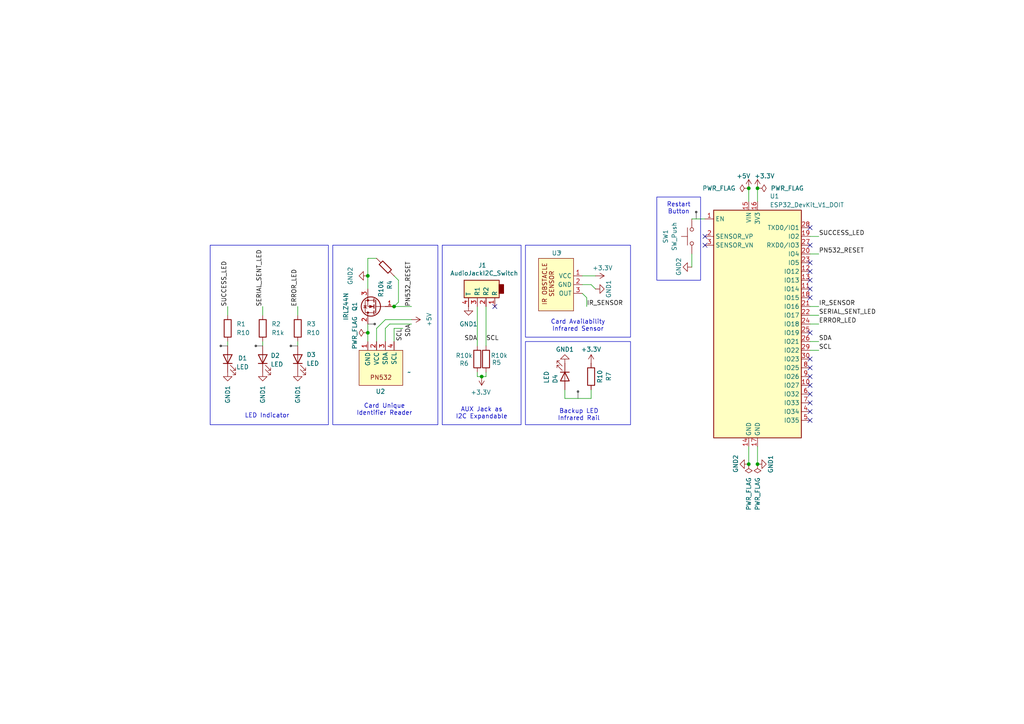
<source format=kicad_sch>
(kicad_sch (version 20231120) (generator "eeschema") (generator_version "8.0")
  (paper "A4")
  (title_block (title "Sora's thin client schematic") (date "2025-01-02") (rev "ITR-0001") (company "sora-vp") (comment 2 "identitas pemilih yang sah.") (comment 3 "keberadaan kartu dan membacanya, lalu diteruskan ke komputer sebagai penentu") (comment 4 "Thin client adalah alat yang menggabungkan infrared dan nfc reader untuk mendeteksi"))
  (lib_symbols
    (symbol "Additional_ThinClient_Requirement:AudioJackI2C_Switch"
      (property "Reference" "J" (at 0 12.192 0))
      (property "Value" "AudioJackI2C_Switch" (at 0 9.652 0))
      (symbol "AudioJackI2C_Switch_0_1"
        (rectangle (start -2.54 6.35) (end 2.54 -3.81) (stroke (width 0.254)) (fill (type background)))
        (rectangle (start -1.27 6.35) (end 1.27 7.62) (stroke (width 0.254)) (fill (type outline)))
      )
      (symbol "AudioJackI2C_Switch_1_1"
        (pin input line (at 5.08 5.08 180) (length 2.54) (name "R") (number "1"))
        (pin bidirectional line (at 5.08 2.54 180) (length 2.54) (name "R2") (number "2"))
        (pin bidirectional line (at 5.08 0 180) (length 2.54) (name "R1") (number "3"))
        (pin input line (at 5.08 -2.54 180) (length 2.54) (name "T") (number "4"))
      )
    )
    (symbol "Additional_ThinClient_Requirement:IR-Obstacle-Sensor"
      (property "Reference" "U" (at 0 7.874 0))
      (symbol "IR-Obstacle-Sensor_1_1"
        (rectangle (start -5.08 6.35) (end 5.08 -8.89) (fill (type background)))
        (text "IR OBSTACLE\nSENSOR" (at -2.286 -1.016 900) (effects (font (size 1.27 1.27))))
        (pin power_in line (at 7.62 1.27 180) (length 2.54) (name "VCC") (number "1"))
        (pin power_in line (at 7.62 -1.27 180) (length 2.54) (name "GND") (number "2"))
        (pin bidirectional line (at 7.62 -3.81 180) (length 2.54) (name "OUT") (number "3"))
      )
    )
    (symbol "Additional_ThinClient_Requirement:PN532-Elechouse"
      (property "Reference" "U" (at -6.35 -1.016 90))
      (symbol "PN532-Elechouse_1_1"
        (rectangle (start -5.08 5.08) (end 5.08 -7.62) (fill (type background)))
        (text "PN532" (at -2.794 -1.27 900) (effects (font (size 1.27 1.27))))
        (pin power_in line (at 7.62 2.54 180) (length 2.54) (name "GND") (number "1"))
        (pin power_in line (at 7.62 0 180) (length 2.54) (name "VCC") (number "2"))
        (pin bidirectional line (at 7.62 -2.54 180) (length 2.54) (name "SDA") (number "3"))
        (pin bidirectional line (at 7.62 -5.08 180) (length 2.54) (name "SCL") (number "4"))
      )
    )
    (symbol "Device:LED" (pin_numbers hide) (pin_names (offset 1.016) hide)
      (property "Reference" "D" (at 0 2.54 0))
      (property "Value" "LED" (at 0 -2.54 0))
      (symbol "LED_0_1"
        (polyline (pts (xy -1.27 -1.27) (xy -1.27 1.27)) (stroke (width 0.254)))
        (polyline (pts (xy -1.27 0) (xy 1.27 0)))
        (polyline (pts (xy 1.27 -1.27) (xy 1.27 1.27) (xy -1.27 0) (xy 1.27 -1.27)) (stroke (width 0.254)))
        (polyline (pts (xy -3.048 -0.762) (xy -4.572 -2.286) (xy -3.81 -2.286) (xy -4.572 -2.286) (xy -4.572 -1.524)))
        (polyline (pts (xy -1.778 -0.762) (xy -3.302 -2.286) (xy -2.54 -2.286) (xy -3.302 -2.286) (xy -3.302 -1.524)))
      )
      (symbol "LED_1_1"
        (pin passive line (at -3.81 0 0) (length 2.54) (name "K") (number "1"))
        (pin passive line (at 3.81 0 180) (length 2.54) (name "A") (number "2"))
      )
    )
    (symbol "Device:R" (pin_numbers hide) (pin_names (offset 0))
      (property "Reference" "R" (at 2.032 0 90))
      (property "Value" "R" (at 0 0 90))
      (symbol "R_0_1"
        (rectangle (start -1.016 -2.54) (end 1.016 2.54) (stroke (width 0.254)))
      )
      (symbol "R_1_1"
        (pin passive line (at 0 3.81 270) (length 1.27) (name "~") (number "1"))
        (pin passive line (at 0 -3.81 90) (length 1.27) (name "~") (number "2"))
      )
    )
    (symbol "Device:R_45deg" (pin_numbers hide) (pin_names (offset 0))
      (property "Reference" "R" (at 5.08 2.54 0))
      (property "Value" "R_45deg" (at 8.255 0.635 0))
      (symbol "R_45deg_0_1"
        (polyline (pts (xy -2.54 2.54) (xy -1.27 1.27)))
        (polyline (pts (xy 1.27 -1.27) (xy 2.54 -2.54)))
      )
      (symbol "R_45deg_1_1"
        (polyline (pts (xy -1.778 0.762) (xy 0.762 -1.778) (xy 1.778 -0.762) (xy -0.762 1.778) (xy -1.778 0.762)) (stroke (width 0.254)))
        (pin passive line (at -2.54 2.54 0) (length 0) (name "~") (number "1"))
        (pin passive line (at 2.54 -2.54 180) (length 0) (name "~") (number "2"))
      )
    )
    (symbol "ESP32_DevKit_V1_DOIT:ESP32_DevKit_V1_DOIT"
      (property "Reference" "U" (at -11.43 34.29 0))
      (property "Value" "ESP32_DevKit_V1_DOIT" (at 11.43 34.29 0))
      (symbol "ESP32_DevKit_V1_DOIT_1_1"
        (rectangle (start -12.7 33.02) (end 12.7 -33.02) (stroke (width 0.254)) (fill (type background)))
        (pin input line (at -15.24 30.48 0) (length 2.54) (name "EN") (number "1"))
        (pin bidirectional line (at 15.24 -17.78 180) (length 2.54) (name "IO27") (number "10"))
        (pin bidirectional line (at 15.24 10.16 180) (length 2.54) (name "IO14") (number "11"))
        (pin bidirectional line (at 15.24 15.24 180) (length 2.54) (name "IO12") (number "12"))
        (pin bidirectional line (at 15.24 12.7 180) (length 2.54) (name "IO13") (number "13"))
        (pin power_in line (at -2.54 -35.56 90) (length 2.54) (name "GND") (number "14"))
        (pin power_in line (at -2.54 35.56 270) (length 2.54) (name "VIN") (number "15"))
        (pin power_in line (at 0 35.56 270) (length 2.54) (name "3V3") (number "16"))
        (pin power_in line (at 0 -35.56 90) (length 2.54) (name "GND") (number "17"))
        (pin bidirectional line (at 15.24 7.62 180) (length 2.54) (name "IO15") (number "18"))
        (pin bidirectional line (at 15.24 25.4 180) (length 2.54) (name "IO2") (number "19"))
        (pin input line (at -15.24 25.4 0) (length 2.54) (name "SENSOR_VP") (number "2"))
        (pin bidirectional line (at 15.24 20.32 180) (length 2.54) (name "IO4") (number "20"))
        (pin bidirectional line (at 15.24 5.08 180) (length 2.54) (name "IO16") (number "21"))
        (pin bidirectional line (at 15.24 2.54 180) (length 2.54) (name "IO17") (number "22"))
        (pin bidirectional line (at 15.24 17.78 180) (length 2.54) (name "IO5") (number "23"))
        (pin bidirectional line (at 15.24 0 180) (length 2.54) (name "IO18") (number "24"))
        (pin bidirectional line (at 15.24 -2.54 180) (length 2.54) (name "IO19") (number "25"))
        (pin bidirectional line (at 15.24 -5.08 180) (length 2.54) (name "IO21") (number "26"))
        (pin bidirectional line (at 15.24 22.86 180) (length 2.54) (name "RXD0/IO3") (number "27"))
        (pin bidirectional line (at 15.24 27.94 180) (length 2.54) (name "TXD0/IO1") (number "28"))
        (pin bidirectional line (at 15.24 -7.62 180) (length 2.54) (name "IO22") (number "29"))
        (pin input line (at -15.24 22.86 0) (length 2.54) (name "SENSOR_VN") (number "3"))
        (pin bidirectional line (at 15.24 -10.16 180) (length 2.54) (name "IO23") (number "30"))
        (pin input line (at 15.24 -25.4 180) (length 2.54) (name "IO34") (number "4"))
        (pin input line (at 15.24 -27.94 180) (length 2.54) (name "IO35") (number "5"))
        (pin bidirectional line (at 15.24 -20.32 180) (length 2.54) (name "IO32") (number "6"))
        (pin bidirectional line (at 15.24 -22.86 180) (length 2.54) (name "IO33") (number "7"))
        (pin bidirectional line (at 15.24 -12.7 180) (length 2.54) (name "IO25") (number "8"))
        (pin bidirectional line (at 15.24 -15.24 180) (length 2.54) (name "IO26") (number "9"))
      )
    )
    (symbol "Switch:SW_Push" (pin_numbers hide) (pin_names (offset 1.016) hide)
      (property "Reference" "SW" (at 1.27 2.54 0))
      (property "Value" "SW_Push" (at 0 -1.524 0))
      (symbol "SW_Push_0_1"
        (circle (center -2.032 0) (radius 0.508))
        (polyline (pts (xy 0 1.27) (xy 0 3.048)))
        (polyline (pts (xy 2.54 1.27) (xy -2.54 1.27)))
        (circle (center 2.032 0) (radius 0.508))
        (pin passive line (at -5.08 0 0) (length 2.54) (name "1") (number "1"))
        (pin passive line (at 5.08 0 180) (length 2.54) (name "2") (number "2"))
      )
    )
    (symbol "Transistor_FET:IRLZ44N" (pin_names hide)
      (property "Reference" "Q" (at 5.08 1.905 0))
      (property "Value" "IRLZ44N" (at 5.08 0 0))
      (symbol "IRLZ44N_0_1"
        (polyline (pts (xy 0.254 0) (xy -2.54 0)))
        (polyline (pts (xy 0.254 1.905) (xy 0.254 -1.905)) (stroke (width 0.254)))
        (polyline (pts (xy 0.762 -1.27) (xy 0.762 -2.286)) (stroke (width 0.254)))
        (polyline (pts (xy 0.762 0.508) (xy 0.762 -0.508)) (stroke (width 0.254)))
        (polyline (pts (xy 0.762 2.286) (xy 0.762 1.27)) (stroke (width 0.254)))
        (polyline (pts (xy 2.54 2.54) (xy 2.54 1.778)))
        (polyline (pts (xy 2.54 -2.54) (xy 2.54 0) (xy 0.762 0)))
        (polyline (pts (xy 0.762 -1.778) (xy 3.302 -1.778) (xy 3.302 1.778) (xy 0.762 1.778)))
        (polyline (pts (xy 1.016 0) (xy 2.032 0.381) (xy 2.032 -0.381) (xy 1.016 0)) (fill (type outline)))
        (polyline (pts (xy 2.794 0.508) (xy 2.921 0.381) (xy 3.683 0.381) (xy 3.81 0.254)))
        (polyline (pts (xy 3.302 0.381) (xy 2.921 -0.254) (xy 3.683 -0.254) (xy 3.302 0.381)))
        (circle (center 1.651 0) (radius 2.794) (stroke (width 0.254)))
        (circle (center 2.54 -1.778) (radius 0.254) (fill (type outline)))
        (circle (center 2.54 1.778) (radius 0.254) (fill (type outline)))
      )
      (symbol "IRLZ44N_1_1"
        (pin input line (at -5.08 0 0) (length 2.54) (name "G") (number "1"))
        (pin passive line (at 2.54 5.08 270) (length 2.54) (name "D") (number "2"))
        (pin passive line (at 2.54 -5.08 90) (length 2.54) (name "S") (number "3"))
      )
    )
    (symbol "power:+3.3V" (power) (pin_numbers hide) (pin_names (offset 0) hide)
      (property "Value" "+3.3V" (at 0 3.556 0))
      (symbol "+3.3V_0_1"
        (polyline (pts (xy -0.762 1.27) (xy 0 2.54)))
        (polyline (pts (xy 0 0) (xy 0 2.54)))
        (polyline (pts (xy 0 2.54) (xy 0.762 1.27)))
      )
      (symbol "+3.3V_1_1"
        (pin power_in line (at 0 0 90) (length 0) (name "~") (number "1"))
      )
    )
    (symbol "power:+5V" (power) (pin_numbers hide) (pin_names (offset 0) hide)
      (property "Value" "+5V" (at 0 3.556 0))
      (symbol "+5V_0_1"
        (polyline (pts (xy -0.762 1.27) (xy 0 2.54)))
        (polyline (pts (xy 0 0) (xy 0 2.54)))
        (polyline (pts (xy 0 2.54) (xy 0.762 1.27)))
      )
      (symbol "+5V_1_1"
        (pin power_in line (at 0 0 90) (length 0) (name "~") (number "1"))
      )
    )
    (symbol "power:GND1" (power) (pin_numbers hide) (pin_names (offset 0) hide)
      (property "Value" "GND1" (at 0 -3.81 0))
      (symbol "GND1_0_1"
        (polyline (pts (xy 0 0) (xy 0 -1.27) (xy 1.27 -1.27) (xy 0 -2.54) (xy -1.27 -1.27) (xy 0 -1.27)))
      )
      (symbol "GND1_1_1"
        (pin power_in line (at 0 0 270) (length 0) (name "~") (number "1"))
      )
    )
    (symbol "power:GND2" (power) (pin_numbers hide) (pin_names (offset 0) hide)
      (property "Value" "GND2" (at 0 -3.81 0))
      (symbol "GND2_0_1"
        (polyline (pts (xy 0 0) (xy 0 -1.27) (xy 1.27 -1.27) (xy 0 -2.54) (xy -1.27 -1.27) (xy 0 -1.27)))
      )
      (symbol "GND2_1_1"
        (pin power_in line (at 0 0 270) (length 0) (name "~") (number "1"))
      )
    )
    (symbol "power:PWR_FLAG" (power) (pin_numbers hide) (pin_names (offset 0) hide)
      (property "Value" "PWR_FLAG" (at 0 3.81 0))
      (symbol "PWR_FLAG_0_0"
        (pin power_out line (at 0 0 90) (length 0) (name "~") (number "1"))
      )
      (symbol "PWR_FLAG_0_1"
        (polyline (pts (xy 0 0) (xy 0 1.27) (xy -1.016 1.905) (xy 0 2.54) (xy 1.016 1.905) (xy 0 1.27)))
      )
    )
  )
  (junction (at 217.17 134.62))
  (junction (at 106.68 96.52))
  (junction (at 139.7 109.22))
  (junction (at 114.3 88.9))
  (junction (at 217.17 54.61))
  (junction (at 219.71 54.61))
  (junction (at 219.71 134.62))
  (junction (at 106.68 80.01))
  (no_connect (at 143.51 88.9))
  (no_connect (at 234.95 81.28))
  (no_connect (at 234.95 78.74))
  (no_connect (at 234.95 104.14))
  (no_connect (at 234.95 121.92))
  (no_connect (at 234.95 114.3))
  (no_connect (at 234.95 116.84))
  (no_connect (at 204.47 68.58))
  (no_connect (at 234.95 83.82))
  (no_connect (at 234.95 111.76))
  (no_connect (at 234.95 96.52))
  (no_connect (at 234.95 66.04))
  (no_connect (at 234.95 76.2))
  (no_connect (at 234.95 86.36))
  (no_connect (at 204.47 71.12))
  (no_connect (at 234.95 109.22))
  (no_connect (at 234.95 119.38))
  (no_connect (at 234.95 106.68))
  (no_connect (at 234.95 71.12))
  (wire (pts (xy 171.45 82.55) (xy 172.72 83.82)))
  (wire (pts (xy 113.03 93.98) (xy 111.76 95.25)))
  (wire (pts (xy 234.95 91.44) (xy 237.49 91.44)))
  (wire (pts (xy 168.91 80.01) (xy 172.72 80.01)))
  (wire (pts (xy 114.3 80.01) (xy 115.57 81.28)))
  (wire (pts (xy 86.36 88.9) (xy 86.36 91.44)))
  (wire (pts (xy 168.91 85.09) (xy 170.18 86.36)))
  (wire (pts (xy 115.57 87.63) (xy 114.3 88.9)))
  (wire (pts (xy 140.97 109.22) (xy 139.7 109.22)))
  (wire (pts (xy 114.3 95.25) (xy 114.3 99.06)))
  (wire (pts (xy 234.95 93.98) (xy 237.49 93.98)))
  (wire (pts (xy 163.83 115.57) (xy 163.83 113.03)))
  (wire (pts (xy 234.95 101.6) (xy 237.49 101.6)))
  (wire (pts (xy 66.04 88.9) (xy 66.04 91.44)))
  (wire (pts (xy 170.18 86.36) (xy 170.18 88.9)))
  (wire (pts (xy 106.68 96.52) (xy 106.68 99.06)))
  (wire (pts (xy 171.45 115.57) (xy 171.45 113.03)))
  (wire (pts (xy 106.68 74.93) (xy 109.22 74.93)))
  (wire (pts (xy 219.71 54.61) (xy 219.71 58.42)))
  (wire (pts (xy 111.76 92.71) (xy 119.38 92.71)))
  (wire (pts (xy 200.66 77.47) (xy 200.66 73.66)))
  (wire (pts (xy 217.17 134.62) (xy 217.17 129.54)))
  (wire (pts (xy 234.95 73.66) (xy 237.49 73.66)))
  (wire (pts (xy 219.71 129.54) (xy 219.71 134.62)))
  (wire (pts (xy 106.68 80.01) (xy 106.68 83.82)))
  (wire (pts (xy 234.95 88.9) (xy 237.49 88.9)))
  (wire (pts (xy 66.04 99.06) (xy 66.04 100.33)))
  (wire (pts (xy 115.57 81.28) (xy 115.57 87.63)))
  (wire (pts (xy 114.3 88.9) (xy 119.38 88.9)))
  (wire (pts (xy 106.68 93.98) (xy 106.68 96.52)))
  (wire (pts (xy 234.95 68.58) (xy 237.49 68.58)))
  (wire (pts (xy 76.2 99.06) (xy 76.2 100.33)))
  (wire (pts (xy 140.97 107.95) (xy 140.97 109.22)))
  (wire (pts (xy 109.22 99.06) (xy 109.22 95.25)))
  (wire (pts (xy 86.36 99.06) (xy 86.36 100.33)))
  (wire (pts (xy 200.66 63.5) (xy 204.47 63.5)))
  (wire (pts (xy 140.97 88.9) (xy 140.97 100.33)))
  (wire (pts (xy 106.68 74.93) (xy 106.68 80.01)))
  (wire (pts (xy 113.03 93.98) (xy 119.38 93.98)))
  (wire (pts (xy 171.45 115.57) (xy 163.83 115.57)))
  (wire (pts (xy 138.43 88.9) (xy 138.43 100.33)))
  (wire (pts (xy 76.2 88.9) (xy 76.2 91.44)))
  (wire (pts (xy 138.43 107.95) (xy 138.43 109.22)))
  (wire (pts (xy 217.17 54.61) (xy 217.17 58.42)))
  (wire (pts (xy 111.76 95.25) (xy 111.76 99.06)))
  (wire (pts (xy 138.43 109.22) (xy 139.7 109.22)))
  (wire (pts (xy 114.3 95.25) (xy 116.84 95.25)))
  (wire (pts (xy 109.22 95.25) (xy 111.76 92.71)))
  (wire (pts (xy 234.95 99.06) (xy 237.49 99.06)))
  (wire (pts (xy 168.91 82.55) (xy 171.45 82.55)))
  (rectangle (start 60.96 71.12) (end 95.25 123.19))
  (rectangle (start 128.27 71.12) (end 151.13 123.19))
  (rectangle (start 96.52 71.12) (end 127 123.19))
  (rectangle (start 152.4 71.12) (end 182.88 97.79))
  (rectangle (start 190.5 57.15) (end 203.2 81.28))
  (rectangle (start 152.4 99.06) (end 182.88 123.19))
  (text "LED Indicator" (at 77.47 120.65 0) (effects (font (size 1.27 1.27))))
  (text "AUX Jack as\nI2C Expandable" (at 139.7 119.888 0) (effects (font (size 1.27 1.27))))
  (text "Restart\nButton" (at 196.85 60.452 0) (effects (font (size 1.27 1.27))))
  (text "Backup LED\nInfrared Rail" (at 167.894 120.396 0) (effects (font (size 1.27 1.27))))
  (text "Card Unique\nIdentifier Reader" (at 111.506 118.872 0) (effects (font (size 1.27 1.27))))
  (text "Card Availability\nInfrared Sensor" (at 167.64 94.488 0) (effects (font (size 1.27 1.27))))
  (label "SCL" (at 140.97 99.06 0))
  (label "SDA" (at 237.49 99.06 0))
  (label "ERROR_LED" (at 86.36 88.9 90))
  (label "SUCCESS_LED" (at 66.04 88.9 90))
  (label "IR_SENSOR" (at 237.49 88.9 0))
  (label "SERIAL_SENT_LED" (at 237.49 91.44 0))
  (label "SCL" (at 116.84 95.25 270))
  (label "PN532_RESET" (at 237.49 73.66 0))
  (label "ERROR_LED" (at 237.49 93.98 0))
  (label "SDA" (at 138.43 99.06 180))
  (label "SCL" (at 237.49 101.6 0))
  (label "PN532_RESET" (at 119.38 88.9 90))
  (label "SERIAL_SENT_LED" (at 76.2 88.9 90))
  (label "SUCCESS_LED" (at 237.49 68.58 0))
  (label "SDA" (at 119.38 93.98 270))
  (label "IR_SENSOR" (at 170.18 88.9 0))
  (netclass_flag "" (length 2) (shape dot) (at 167.64 115.57 0) (property "Netclass" "Signal" (effects (hide yes))))
  (netclass_flag "" (length 2) (shape dot) (at 66.04 100.33 90) (property "Netclass" "Signal" (effects (hide yes))))
  (netclass_flag "" (length 2) (shape dot) (at 76.2 100.33 90) (property "Netclass" "Signal" (effects (hide yes))))
  (netclass_flag "" (length 2) (shape dot) (at 201.93 63.5 0) (property "Netclass" "Signal" (effects (hide yes))))
  (netclass_flag "" (length 2) (shape dot) (at 86.36 100.33 90) (property "Netclass" "Signal" (effects (hide yes))))
  (netclass_flag "" (length 2) (shape dot) (at 106.68 93.98 270) (property "Netclass" "Power" (effects (hide yes))))
  (symbol (lib_id "power:+3.3V") (at 219.71 54.61 0) (unit 1)
    (property "Reference" "#PWR011" (effects (hide yes)))
    (property "Value" "+3.3V" (at 221.742 51.054 0))
    (property "Description" "Power symbol creates a global label with name \"+3.3V\"" (effects (hide yes)))
  )
  (symbol (lib_id "Device:LED") (at 163.83 109.22 270) (unit 1)
    (property "Reference" "D4" (at 161.036 111.252 0) (effects (justify right)))
    (property "Value" "LED" (at 158.496 111.252 0) (effects (justify right)))
    (property "Footprint" "Connector_PinHeader_1.27mm:PinHeader_1x02_P1.27mm_Vertical" (effects (hide yes)))
    (property "Description" "Light emitting diode" (effects (hide yes)))
  )
  (symbol (lib_id "ESP32_DevKit_V1_DOIT:ESP32_DevKit_V1_DOIT") (at 219.71 93.98 0) (unit 1)
    (property "Reference" "U1" (at 223.266 56.896 0) (effects (justify left)))
    (property "Value" "ESP32_DevKit_V1_DOIT" (at 223.266 59.436 0) (effects (justify left)))
    (property "Footprint" "ESP32_DevKit_V1_DOIT:esp32_devkit_v1_doit" (effects (hide yes)))
    (property "Datasheet" "https://aliexpress.com/item/32864722159.html" (effects (hide yes)))
    (property "Description" "32-bit microcontroller module with WiFi and Bluetooth" (effects (hide yes)))
  )
  (symbol (lib_id "Transistor_FET:IRLZ44N") (at 109.22 88.9 180) (unit 1)
    (property "Reference" "Q1" (at 102.87 88.9 90))
    (property "Value" "IRLZ44N" (at 100.33 88.9 90))
    (property "Footprint" "Package_TO_SOT_THT:TO-220-3_Vertical" (effects (hide yes)))
    (property "Datasheet" "http://www.irf.com/product-info/datasheets/data/irlz44n.pdf" (effects (hide yes)))
    (property "Description" "47A Id, 55V Vds, 22mOhm Rds Single N-Channel HEXFET Power MOSFET, TO-220AB" (effects (hide yes)))
  )
  (symbol (lib_id "power:+5V") (at 217.17 54.61 0) (unit 1)
    (property "Reference" "#PWR08" (effects (hide yes)))
    (property "Value" "+5V" (at 215.646 51.054 0))
    (property "Description" "Power symbol creates a global label with name \"+5V\"" (effects (hide yes)))
  )
  (symbol (lib_id "power:+3.3V") (at 139.7 109.22 180) (unit 1)
    (property "Reference" "#PWR012" (effects (hide yes)))
    (property "Value" "+3.3V" (at 139.446 113.792 0))
    (property "Description" "Power symbol creates a global label with name \"+3.3V\"" (effects (hide yes)))
  )
  (symbol (lib_id "power:PWR_FLAG") (at 106.68 96.52 90) (unit 1)
    (property "Reference" "#FLG04" (effects (hide yes)))
    (property "Value" "PWR_FLAG" (at 102.87 101.346 0) (effects (justify left)))
    (property "Description" "Special symbol for telling ERC where power comes from" (effects (hide yes)))
  )
  (symbol (lib_id "power:GND1") (at 163.83 105.41 180) (unit 1)
    (property "Reference" "#PWR016" (effects (hide yes)))
    (property "Value" "GND1" (at 163.83 101.346 0))
    (property "Description" "Power symbol creates a global label with name \"GND1\" , ground" (effects (hide yes)))
  )
  (symbol (lib_id "power:GND1") (at 219.71 134.62 90) (unit 1)
    (property "Reference" "#PWR01" (effects (hide yes)))
    (property "Value" "GND1" (at 223.52 134.62 0))
    (property "Description" "Power symbol creates a global label with name \"GND1\" , ground" (effects (hide yes)))
  )
  (symbol (lib_id "power:PWR_FLAG") (at 219.71 134.62 180) (unit 1)
    (property "Reference" "#FLG02" (effects (hide yes)))
    (property "Value" "PWR_FLAG" (at 219.7099 138.43 90) (effects (justify left)))
    (property "Description" "Special symbol for telling ERC where power comes from" (effects (hide yes)))
  )
  (symbol (lib_id "Switch:SW_Push") (at 200.66 68.58 90) (unit 1)
    (property "Reference" "SW1" (at 193.04 68.58 0))
    (property "Value" "SW_Push" (at 195.58 68.58 0))
    (property "Footprint" "Connector_PinHeader_1.27mm:PinHeader_1x02_P1.27mm_Vertical" (effects (hide yes)))
    (property "Description" "Push button switch, generic, two pins" (effects (hide yes)))
  )
  (symbol (lib_id "power:GND2") (at 106.68 80.01 270) (unit 1)
    (property "Reference" "#PWR07" (effects (hide yes)))
    (property "Value" "GND2" (at 101.6 80.01 0))
    (property "Description" "Power symbol creates a global label with name \"GND2\" , ground" (effects (hide yes)))
  )
  (symbol (lib_id "power:+5V") (at 119.38 92.71 270) (unit 1)
    (property "Reference" "#PWR09" (effects (hide yes)))
    (property "Value" "+5V" (at 124.46 92.71 0))
    (property "Description" "Power symbol creates a global label with name \"+5V\"" (effects (hide yes)))
  )
  (symbol (lib_id "Additional_ThinClient_Requirement:AudioJackI2C_Switch") (at 138.43 83.82 270) (unit 1)
    (property "Reference" "J1" (at 138.684 76.962 90) (effects (justify left)))
    (property "Value" "AudioJackI2C_Switch" (at 130.556 79.248 90) (effects (justify left)))
    (property "Footprint" "Connector_PinHeader_1.27mm:PinHeader_1x04_P1.27mm_Vertical" (effects (hide yes)))
    (property "Description" "Audio Jack, 2 Poles (Mono / TS), Switched Pole (Normalling)" (effects (hide yes)))
  )
  (symbol (lib_id "power:GND1") (at 172.72 83.82 90) (unit 1)
    (property "Reference" "#PWR013" (effects (hide yes)))
    (property "Value" "GND1" (at 176.53 83.82 0))
    (property "Description" "Power symbol creates a global label with name \"GND1\" , ground" (effects (hide yes)))
  )
  (symbol (lib_id "Device:R") (at 86.36 95.25 0) (unit 1)
    (property "Reference" "R3" (at 88.9 93.9799 0) (effects (justify left)))
    (property "Value" "R10" (at 88.9 96.5199 0) (effects (justify left)))
    (property "Footprint" "Resistor_THT:R_Axial_DIN0204_L3.6mm_D1.6mm_P5.08mm_Horizontal" (effects (hide yes)))
    (property "Description" "Resistor" (effects (hide yes)))
  )
  (symbol (lib_id "Device:R") (at 140.97 104.14 0) (unit 1)
    (property "Reference" "R5" (at 144.018 105.156 0))
    (property "Value" "R10k" (at 144.78 103.124 0))
    (property "Footprint" "Resistor_THT:R_Axial_DIN0204_L3.6mm_D1.6mm_P5.08mm_Horizontal" (effects (hide yes)))
    (property "Description" "Resistor" (effects (hide yes)))
  )
  (symbol (lib_id "Device:R") (at 76.2 95.25 0) (unit 1)
    (property "Reference" "R2" (at 78.74 93.9799 0) (effects (justify left)))
    (property "Value" "R1k" (at 78.74 96.5199 0) (effects (justify left)))
    (property "Footprint" "Resistor_THT:R_Axial_DIN0204_L3.6mm_D1.6mm_P5.08mm_Horizontal" (effects (hide yes)))
    (property "Description" "Resistor" (effects (hide yes)))
  )
  (symbol (lib_id "power:GND2") (at 217.17 134.62 270) (unit 1)
    (property "Reference" "#PWR02" (effects (hide yes)))
    (property "Value" "GND2" (at 213.36 137.16 0) (effects (justify right)))
    (property "Description" "Power symbol creates a global label with name \"GND2\" , ground" (effects (hide yes)))
  )
  (symbol (lib_id "power:+3.3V") (at 171.45 105.41 0) (unit 1)
    (property "Reference" "#PWR015" (effects (hide yes)))
    (property "Value" "+3.3V" (at 171.45 101.346 0))
    (property "Description" "Power symbol creates a global label with name \"+3.3V\"" (effects (hide yes)))
  )
  (symbol (lib_id "power:PWR_FLAG") (at 217.17 134.62 180) (unit 1)
    (property "Reference" "#FLG01" (effects (hide yes)))
    (property "Value" "PWR_FLAG" (at 217.1699 138.43 90) (effects (justify left)))
    (property "Description" "Special symbol for telling ERC where power comes from" (effects (hide yes)))
  )
  (symbol (lib_id "Device:R") (at 66.04 95.25 0) (unit 1)
    (property "Reference" "R1" (at 68.58 93.9799 0) (effects (justify left)))
    (property "Value" "R10" (at 68.58 96.5199 0) (effects (justify left)))
    (property "Footprint" "Resistor_THT:R_Axial_DIN0204_L3.6mm_D1.6mm_P5.08mm_Horizontal" (effects (hide yes)))
    (property "Description" "Resistor" (effects (hide yes)))
  )
  (symbol (lib_id "power:GND1") (at 76.2 107.95 0) (unit 1)
    (property "Reference" "#PWR05" (effects (hide yes)))
    (property "Value" "GND1" (at 76.2001 111.76 90) (effects (justify right)))
    (property "Description" "Power symbol creates a global label with name \"GND1\" , ground" (effects (hide yes)))
  )
  (symbol (lib_id "Device:R") (at 171.45 109.22 0) (unit 1)
    (property "Reference" "R7" (at 176.53 109.22 90))
    (property "Value" "R10" (at 173.99 109.22 90))
    (property "Footprint" "Resistor_THT:R_Axial_DIN0204_L3.6mm_D1.6mm_P5.08mm_Horizontal" (effects (hide yes)))
    (property "Description" "Resistor" (effects (hide yes)))
  )
  (symbol (lib_id "power:+3.3V") (at 172.72 80.01 270) (unit 1)
    (property "Reference" "#PWR014" (effects (hide yes)))
    (property "Value" "+3.3V" (at 174.752 77.724 90))
    (property "Description" "Power symbol creates a global label with name \"+3.3V\"" (effects (hide yes)))
  )
  (symbol (lib_id "Additional_ThinClient_Requirement:IR-Obstacle-Sensor") (at 161.29 81.28 0) (unit 1)
    (property "Reference" "U3" (at 160.02 73.406 0) (effects (justify left)))
    (property "Value" "~" (at 162.56 73.66 90) (effects (justify left)))
    (property "Footprint" "Connector_PinHeader_1.27mm:PinHeader_1x03_P1.27mm_Vertical" (effects (hide yes)))
  )
  (symbol (lib_id "power:GND1") (at 135.89 88.9 0) (unit 1)
    (property "Reference" "#PWR010" (effects (hide yes)))
    (property "Value" "GND1" (at 135.89 93.98 0))
    (property "Description" "Power symbol creates a global label with name \"GND1\" , ground" (effects (hide yes)))
  )
  (symbol (lib_id "power:GND1") (at 86.36 107.95 0) (unit 1)
    (property "Reference" "#PWR06" (effects (hide yes)))
    (property "Value" "GND1" (at 86.3601 111.76 90) (effects (justify right)))
    (property "Description" "Power symbol creates a global label with name \"GND1\" , ground" (effects (hide yes)))
  )
  (symbol (lib_id "Device:LED") (at 76.2 104.14 90) (unit 1)
    (property "Reference" "D2" (at 78.486 103.124 90) (effects (justify right)))
    (property "Value" "LED" (at 78.486 105.664 90) (effects (justify right)))
    (property "Footprint" "Connector_PinHeader_1.27mm:PinHeader_1x02_P1.27mm_Vertical" (effects (hide yes)))
    (property "Description" "Light emitting diode" (effects (hide yes)))
  )
  (symbol (lib_id "Device:LED") (at 66.04 104.14 90) (unit 1)
    (property "Reference" "D1" (at 70.358 103.886 90))
    (property "Value" "LED" (at 70.358 106.426 90))
    (property "Footprint" "Connector_PinHeader_1.27mm:PinHeader_1x02_P1.27mm_Vertical" (effects (hide yes)))
    (property "Description" "Light emitting diode" (effects (hide yes)))
  )
  (symbol (lib_id "Device:R") (at 138.43 104.14 0) (unit 1)
    (property "Reference" "R6" (at 134.62 105.41 0))
    (property "Value" "R10k" (at 134.62 103.124 0))
    (property "Footprint" "Resistor_THT:R_Axial_DIN0204_L3.6mm_D1.6mm_P5.08mm_Horizontal" (effects (hide yes)))
    (property "Description" "Resistor" (effects (hide yes)))
  )
  (symbol (lib_id "Device:LED") (at 86.36 104.14 90) (unit 1)
    (property "Reference" "D3" (at 88.9 102.87 90) (effects (justify right)))
    (property "Value" "LED" (at 88.9 105.41 90) (effects (justify right)))
    (property "Footprint" "Connector_PinHeader_1.27mm:PinHeader_1x02_P1.27mm_Vertical" (effects (hide yes)))
    (property "Description" "Light emitting diode" (effects (hide yes)))
  )
  (symbol (lib_id "power:GND1") (at 66.04 107.95 0) (unit 1)
    (property "Reference" "#PWR03" (effects (hide yes)))
    (property "Value" "GND1" (at 66.0401 111.76 90) (effects (justify right)))
    (property "Description" "Power symbol creates a global label with name \"GND1\" , ground" (effects (hide yes)))
  )
  (symbol (lib_id "power:PWR_FLAG") (at 219.71 54.61 270) (unit 1)
    (property "Reference" "#FLG05" (effects (hide yes)))
    (property "Value" "PWR_FLAG" (at 223.52 54.6099 90) (effects (justify left)))
    (property "Description" "Special symbol for telling ERC where power comes from" (effects (hide yes)))
  )
  (symbol (lib_id "power:GND2") (at 200.66 77.47 270) (unit 1)
    (property "Reference" "#PWR04" (effects (hide yes)))
    (property "Value" "GND2" (at 196.85 80.01 0) (effects (justify right)))
    (property "Description" "Power symbol creates a global label with name \"GND2\" , ground" (effects (hide yes)))
  )
  (symbol (lib_id "power:PWR_FLAG") (at 217.17 54.61 90) (unit 1)
    (property "Reference" "#FLG03" (effects (hide yes)))
    (property "Value" "PWR_FLAG" (at 213.36 54.6099 90) (effects (justify left)))
    (property "Description" "Special symbol for telling ERC where power comes from" (effects (hide yes)))
  )
  (symbol (lib_id "Device:R_45deg") (at 111.76 77.47 0) (unit 1)
    (property "Reference" "R4" (at 113.0301 81.28 90) (effects (justify right)))
    (property "Value" "R10k" (at 110.4901 81.28 90) (effects (justify right)))
    (property "Footprint" "Resistor_THT:R_Axial_DIN0204_L3.6mm_D1.6mm_P5.08mm_Horizontal" (effects (hide yes)))
    (property "Description" "Resistor, rotated by 45°" (effects (hide yes)))
  )
  (symbol (lib_id "Additional_ThinClient_Requirement:PN532-Elechouse") (at 109.22 106.68 90) (unit 1)
    (property "Reference" "U2" (at 108.966 113.538 90) (effects (justify right)))
    (property "Value" "~" (at 118.11 107.95 90) (effects (justify right)))
    (property "Footprint" "Connector_PinHeader_1.27mm:PinHeader_1x04_P1.27mm_Vertical" (effects (hide yes)))
  )
)
</source>
